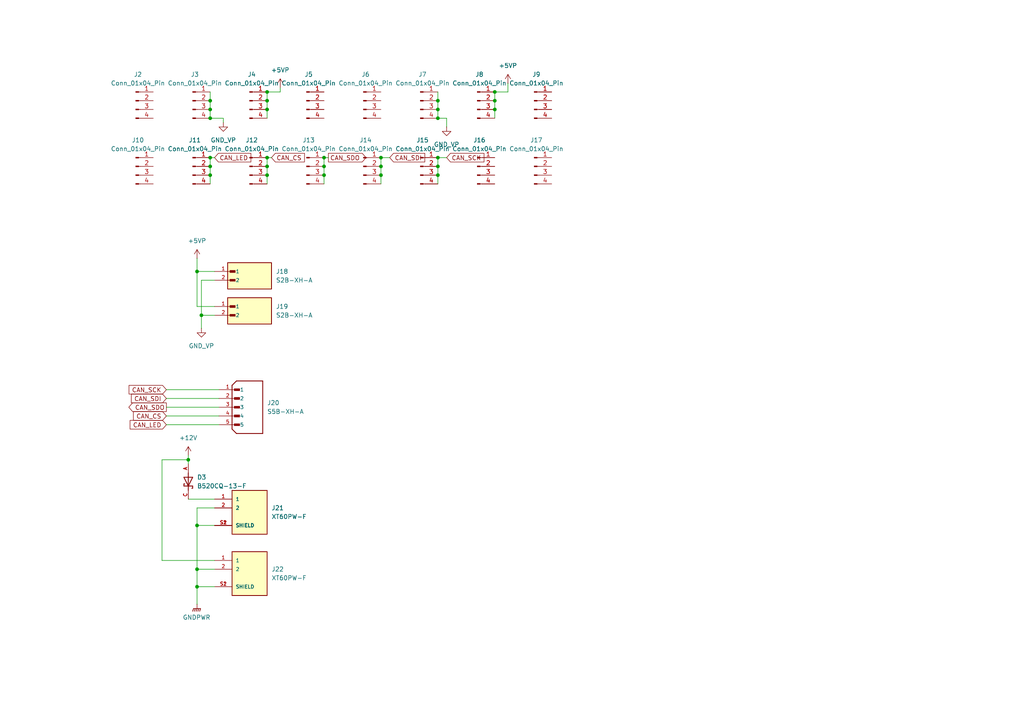
<source format=kicad_sch>
(kicad_sch (version 20250114) (generator "eeschema") (generator_version "9.0")
  (paper "A4")
  (title_block (title "CAN Isolation_Power Board") (date "2025-11-06") (rev "Ver.1.1") (company "ISHI-Kai"))
  (lib_symbols
    (symbol "B520CQ-13-F:B520CQ-13-F" (pin_names (offset 1.016))
      (property "Reference" "D" (at -2.2898 1.9081 0))
      (property "Value" "B520CQ-13-F" (at -2.2921 -3.4382 0))
      (symbol "B520CQ-13-F_0_0"
        (polyline (pts (xy -2.54 0) (xy 2.54 0)) (stroke (width 0.254)))
        (polyline (pts (xy -1.27 1.27) (xy -1.27 -1.27)) (stroke (width 0.254)))
        (polyline (pts (xy -1.27 -1.27) (xy 1.27 0)) (stroke (width 0.254)))
        (polyline (pts (xy 0.635 -1.016) (xy 0.635 -1.27)) (stroke (width 0.254)))
        (polyline (pts (xy 1.27 1.27) (xy 1.27 -1.27)) (stroke (width 0.254)))
        (polyline (pts (xy 1.27 0) (xy -1.27 1.27)) (stroke (width 0.254)))
        (polyline (pts (xy 1.27 -1.27) (xy 0.635 -1.27)) (stroke (width 0.254)))
        (polyline (pts (xy 1.905 1.27) (xy 1.27 1.27)) (stroke (width 0.254)))
        (polyline (pts (xy 1.905 1.27) (xy 1.905 1.016)) (stroke (width 0.254)))
        (pin passive line (at -5.08 0 0) (length 2.54) (name "~") (number "A"))
        (pin passive line (at 5.08 0 180) (length 2.54) (name "~") (number "C"))
      )
    )
    (symbol "Connector:Conn_01x04_Pin" (pin_names (offset 1.016) (hide yes))
      (property "Reference" "J" (at 0 5.08 0))
      (property "Value" "Conn_01x04_Pin" (at 0 -7.62 0))
      (symbol "Conn_01x04_Pin_1_1"
        (rectangle (start 0.8636 2.667) (end 0 2.413) (stroke (width 0.1524)) (fill (type outline)))
        (rectangle (start 0.8636 0.127) (end 0 -0.127) (stroke (width 0.1524)) (fill (type outline)))
        (rectangle (start 0.8636 -2.413) (end 0 -2.667) (stroke (width 0.1524)) (fill (type outline)))
        (rectangle (start 0.8636 -4.953) (end 0 -5.207) (stroke (width 0.1524)) (fill (type outline)))
        (polyline (pts (xy 1.27 2.54) (xy 0.8636 2.54)) (stroke (width 0.1524)))
        (polyline (pts (xy 1.27 0) (xy 0.8636 0)) (stroke (width 0.1524)))
        (polyline (pts (xy 1.27 -2.54) (xy 0.8636 -2.54)) (stroke (width 0.1524)))
        (polyline (pts (xy 1.27 -5.08) (xy 0.8636 -5.08)) (stroke (width 0.1524)))
        (pin passive line (at 5.08 2.54 180) (length 3.81) (name "Pin_1") (number "1"))
        (pin passive line (at 5.08 0 180) (length 3.81) (name "Pin_2") (number "2"))
        (pin passive line (at 5.08 -2.54 180) (length 3.81) (name "Pin_3") (number "3"))
        (pin passive line (at 5.08 -5.08 180) (length 3.81) (name "Pin_4") (number "4"))
      )
    )
    (symbol "S2B-XH-A:S2B-XH-A" (pin_names (offset 1.016))
      (property "Reference" "J" (at -6.85 5.08 0))
      (property "Value" "S2B-XH-A" (at -6.35 -5.08 0))
      (symbol "S2B-XH-A_0_0"
        (rectangle (start -6.35 -2.54) (end 6.35 5.08) (stroke (width 0.254)) (fill (type background)))
        (rectangle (start -5.715 2.2225) (end -4.1275 2.8575) (stroke (width 0.1)) (fill (type outline)))
        (rectangle (start -5.715 -0.3175) (end -4.1275 0.3175) (stroke (width 0.1)) (fill (type outline)))
        (pin passive line (at -10.16 2.54 0) (length 5.08) (name "1") (number "1"))
        (pin passive line (at -10.16 0 0) (length 5.08) (name "2") (number "2"))
      )
    )
    (symbol "S5B-XH-A:S5B-XH-A" (pin_names (offset 1.016))
      (property "Reference" "J" (at 0 8.89 0))
      (property "Value" "S5B-XH-A" (at 0 -10.16 0))
      (symbol "S5B-XH-A_0_0"
        (polyline (pts (xy -1.27 6.35) (xy -1.27 -6.35)) (stroke (width 0.254)))
        (polyline (pts (xy -1.27 6.35) (xy 0 7.62)) (stroke (width 0.254)))
        (polyline (pts (xy -1.27 -6.35) (xy 0 -7.62)) (stroke (width 0.254)))
        (rectangle (start -0.635 4.7625) (end 0.9525 5.3975) (stroke (width 0.1)) (fill (type outline)))
        (rectangle (start -0.635 2.2225) (end 0.9525 2.8575) (stroke (width 0.1)) (fill (type outline)))
        (rectangle (start -0.635 -0.3175) (end 0.9525 0.3175) (stroke (width 0.1)) (fill (type outline)))
        (rectangle (start -0.635 -2.8575) (end 0.9525 -2.2225) (stroke (width 0.1)) (fill (type outline)))
        (rectangle (start -0.635 -5.3975) (end 0.9525 -4.7625) (stroke (width 0.1)) (fill (type outline)))
        (polyline (pts (xy 0 -7.62) (xy 7.62 -7.62)) (stroke (width 0.254)))
        (polyline (pts (xy 7.62 7.62) (xy 0 7.62)) (stroke (width 0.254)))
        (polyline (pts (xy 7.62 -7.62) (xy 7.62 7.62)) (stroke (width 0.254)))
        (pin passive line (at -5.08 5.08 0) (length 5.08) (name "1") (number "1"))
        (pin passive line (at -5.08 2.54 0) (length 5.08) (name "2") (number "2"))
        (pin passive line (at -5.08 0 0) (length 5.08) (name "3") (number "3"))
        (pin passive line (at -5.08 -2.54 0) (length 5.08) (name "4") (number "4"))
        (pin passive line (at -5.08 -5.08 0) (length 5.08) (name "5") (number "5"))
      )
    )
    (symbol "XT60PW-F:XT60PW-F" (pin_names (offset 1.016))
      (property "Reference" "J" (at -5.08 6.35 0))
      (property "Value" "XT60PW-F" (at -5.08 -8.89 0))
      (symbol "XT60PW-F_0_0"
        (rectangle (start -5.08 -7.62) (end 5.08 5.08) (stroke (width 0.254)) (fill (type background)))
        (pin passive line (at -10.16 2.54 0) (length 5.08) (name "1") (number "1"))
        (pin passive line (at -10.16 0 0) (length 5.08) (name "2") (number "2"))
        (pin passive line (at -10.16 -5.08 0) (length 5.08) (name "SHIELD") (number "S1"))
        (pin passive line (at -10.16 -5.08 0) (length 5.08) (name "SHIELD") (number "S2"))
      )
    )
    (symbol "power:+12V" (power) (pin_numbers (hide yes)) (pin_names (offset 0) (hide yes))
      (property "Value" "+12V" (at 0 3.556 0))
      (symbol "+12V_0_1"
        (polyline (pts (xy -0.762 1.27) (xy 0 2.54)))
        (polyline (pts (xy 0 2.54) (xy 0.762 1.27)))
        (polyline (pts (xy 0 0) (xy 0 2.54)))
      )
      (symbol "+12V_1_1"
        (pin power_in line (at 0 0 90) (length 0) (name "~") (number "1"))
      )
    )
    (symbol "power:+5VP" (power) (pin_numbers (hide yes)) (pin_names (offset 0) (hide yes))
      (property "Value" "+5VP" (at 0 3.556 0))
      (symbol "+5VP_0_1"
        (polyline (pts (xy -0.762 1.27) (xy 0 2.54)))
        (polyline (pts (xy 0 2.54) (xy 0.762 1.27)))
        (polyline (pts (xy 0 0) (xy 0 2.54)))
      )
      (symbol "+5VP_1_1"
        (pin power_in line (at 0 0 90) (length 0) (name "~") (number "1"))
      )
    )
    (symbol "power:GND1" (power) (pin_numbers (hide yes)) (pin_names (offset 0) (hide yes))
      (property "Value" "GND1" (at 0 -3.81 0))
      (symbol "GND1_0_1"
        (polyline (pts (xy 0 0) (xy 0 -1.27) (xy 1.27 -1.27) (xy 0 -2.54) (xy -1.27 -1.27) (xy 0 -1.27)))
      )
      (symbol "GND1_1_1"
        (pin power_in line (at 0 0 270) (length 0) (name "~") (number "1"))
      )
    )
    (symbol "power:GNDPWR" (power) (pin_numbers (hide yes)) (pin_names (offset 0) (hide yes))
      (property "Value" "GNDPWR" (at 0 -3.302 0))
      (symbol "GNDPWR_0_1"
        (polyline (pts (xy -1.016 -1.27) (xy -1.27 -2.032) (xy -1.27 -2.032)) (stroke (width 0.2032)))
        (polyline (pts (xy -0.508 -1.27) (xy -0.762 -2.032) (xy -0.762 -2.032)) (stroke (width 0.2032)))
        (polyline (pts (xy 0 -1.27) (xy 0 0)))
        (polyline (pts (xy 0 -1.27) (xy -0.254 -2.032) (xy -0.254 -2.032)) (stroke (width 0.2032)))
        (polyline (pts (xy 0.508 -1.27) (xy 0.254 -2.032) (xy 0.254 -2.032)) (stroke (width 0.2032)))
        (polyline (pts (xy 1.016 -1.27) (xy -1.016 -1.27) (xy -1.016 -1.27)) (stroke (width 0.2032)))
        (polyline (pts (xy 1.016 -1.27) (xy 0.762 -2.032) (xy 0.762 -2.032) (xy 0.762 -2.032)) (stroke (width 0.2032)))
      )
      (symbol "GNDPWR_1_1"
        (pin power_in line (at 0 0 270) (length 0) (name "~") (number "1"))
      )
    )
  )
  (junction (at 110.49 50.8))
  (junction (at 77.47 31.75))
  (junction (at 93.98 50.8))
  (junction (at 60.96 31.75))
  (junction (at 77.47 50.8))
  (junction (at 77.47 48.26))
  (junction (at 57.15 78.74))
  (junction (at 127 45.72))
  (junction (at 60.96 29.21))
  (junction (at 60.96 34.29))
  (junction (at 57.15 152.4))
  (junction (at 77.47 26.67))
  (junction (at 93.98 45.72))
  (junction (at 127 29.21))
  (junction (at 77.47 29.21))
  (junction (at 60.96 45.72))
  (junction (at 57.15 170.18))
  (junction (at 60.96 48.26))
  (junction (at 110.49 45.72))
  (junction (at 127 48.26))
  (junction (at 127 31.75))
  (junction (at 143.51 26.67))
  (junction (at 77.47 45.72))
  (junction (at 143.51 31.75))
  (junction (at 110.49 48.26))
  (junction (at 57.15 165.1))
  (junction (at 143.51 29.21))
  (junction (at 127 34.29))
  (junction (at 127 50.8))
  (junction (at 54.61 133.35))
  (junction (at 60.96 50.8))
  (junction (at 93.98 48.26))
  (junction (at 58.42 91.44))
  (wire (pts (xy 77.47 48.26) (xy 77.47 50.8)))
  (wire (pts (xy 58.42 81.28) (xy 58.42 91.44)))
  (wire (pts (xy 48.26 118.11) (xy 63.5 118.11)))
  (wire (pts (xy 93.98 45.72) (xy 93.98 48.26)))
  (wire (pts (xy 48.26 113.03) (xy 63.5 113.03)))
  (wire (pts (xy 57.15 147.32) (xy 57.15 152.4)))
  (wire (pts (xy 93.98 45.72) (xy 95.25 45.72)))
  (wire (pts (xy 127 48.26) (xy 127 50.8)))
  (wire (pts (xy 143.51 31.75) (xy 143.51 34.29)))
  (wire (pts (xy 127 45.72) (xy 129.54 45.72)))
  (wire (pts (xy 127 26.67) (xy 127 29.21)))
  (wire (pts (xy 46.99 162.56) (xy 46.99 133.35)))
  (wire (pts (xy 46.99 133.35) (xy 54.61 133.35)))
  (wire (pts (xy 46.99 162.56) (xy 62.23 162.56)))
  (wire (pts (xy 127 50.8) (xy 127 53.34)))
  (wire (pts (xy 60.96 26.67) (xy 60.96 29.21)))
  (wire (pts (xy 110.49 45.72) (xy 113.03 45.72)))
  (wire (pts (xy 77.47 50.8) (xy 77.47 53.34)))
  (wire (pts (xy 110.49 45.72) (xy 110.49 48.26)))
  (wire (pts (xy 60.96 50.8) (xy 60.96 53.34)))
  (wire (pts (xy 60.96 29.21) (xy 60.96 31.75)))
  (wire (pts (xy 48.26 120.65) (xy 63.5 120.65)))
  (wire (pts (xy 62.23 147.32) (xy 57.15 147.32)))
  (wire (pts (xy 57.15 78.74) (xy 62.23 78.74)))
  (wire (pts (xy 62.23 144.78) (xy 54.61 144.78)))
  (wire (pts (xy 48.26 115.57) (xy 63.5 115.57)))
  (wire (pts (xy 57.15 170.18) (xy 57.15 175.26)))
  (wire (pts (xy 57.15 165.1) (xy 57.15 170.18)))
  (wire (pts (xy 57.15 74.93) (xy 57.15 78.74)))
  (wire (pts (xy 127 45.72) (xy 127 48.26)))
  (wire (pts (xy 48.26 123.19) (xy 63.5 123.19)))
  (wire (pts (xy 110.49 48.26) (xy 110.49 50.8)))
  (wire (pts (xy 81.28 26.67) (xy 77.47 26.67)))
  (wire (pts (xy 60.96 48.26) (xy 60.96 50.8)))
  (wire (pts (xy 93.98 50.8) (xy 93.98 53.34)))
  (wire (pts (xy 58.42 91.44) (xy 58.42 95.25)))
  (wire (pts (xy 57.15 78.74) (xy 57.15 88.9)))
  (wire (pts (xy 60.96 31.75) (xy 60.96 34.29)))
  (wire (pts (xy 77.47 45.72) (xy 78.74 45.72)))
  (wire (pts (xy 147.32 24.13) (xy 147.32 26.67)))
  (wire (pts (xy 62.23 88.9) (xy 57.15 88.9)))
  (wire (pts (xy 64.77 35.56) (xy 64.77 34.29)))
  (wire (pts (xy 77.47 26.67) (xy 77.47 29.21)))
  (wire (pts (xy 147.32 26.67) (xy 143.51 26.67)))
  (wire (pts (xy 60.96 45.72) (xy 62.23 45.72)))
  (wire (pts (xy 62.23 81.28) (xy 58.42 81.28)))
  (wire (pts (xy 57.15 165.1) (xy 62.23 165.1)))
  (wire (pts (xy 54.61 132.08) (xy 54.61 133.35)))
  (wire (pts (xy 143.51 29.21) (xy 143.51 31.75)))
  (wire (pts (xy 54.61 133.35) (xy 54.61 134.62)))
  (wire (pts (xy 127 29.21) (xy 127 31.75)))
  (wire (pts (xy 58.42 91.44) (xy 62.23 91.44)))
  (wire (pts (xy 143.51 26.67) (xy 143.51 29.21)))
  (wire (pts (xy 77.47 29.21) (xy 77.47 31.75)))
  (wire (pts (xy 81.28 25.4) (xy 81.28 26.67)))
  (wire (pts (xy 77.47 45.72) (xy 77.47 48.26)))
  (wire (pts (xy 64.77 34.29) (xy 60.96 34.29)))
  (wire (pts (xy 93.98 48.26) (xy 93.98 50.8)))
  (wire (pts (xy 57.15 170.18) (xy 62.23 170.18)))
  (wire (pts (xy 127 31.75) (xy 127 34.29)))
  (wire (pts (xy 77.47 31.75) (xy 77.47 34.29)))
  (wire (pts (xy 57.15 152.4) (xy 57.15 165.1)))
  (wire (pts (xy 129.54 34.29) (xy 127 34.29)))
  (wire (pts (xy 129.54 36.83) (xy 129.54 34.29)))
  (wire (pts (xy 57.15 152.4) (xy 62.23 152.4)))
  (wire (pts (xy 110.49 50.8) (xy 110.49 53.34)))
  (wire (pts (xy 60.96 45.72) (xy 60.96 48.26)))
  (global_label "CAN_SDI" (shape input) (at 48.26 115.57 180) (property "Intersheetrefs" "${INTERSHEET_REFS}" (effects (hide yes))))
  (global_label "CAN_LED" (shape input) (at 48.26 123.19 180) (property "Intersheetrefs" "${INTERSHEET_REFS}" (effects (hide yes))))
  (global_label "CAN_LED" (shape input) (at 62.23 45.72 0) (property "Intersheetrefs" "${INTERSHEET_REFS}" (effects (hide yes))))
  (global_label "CAN_CS" (shape input) (at 78.74 45.72 0) (property "Intersheetrefs" "${INTERSHEET_REFS}" (effects (hide yes))))
  (global_label "CAN_SCK" (shape input) (at 48.26 113.03 180) (property "Intersheetrefs" "${INTERSHEET_REFS}" (effects (hide yes))))
  (global_label "CAN_SDO" (shape output) (at 48.26 118.11 180) (property "Intersheetrefs" "${INTERSHEET_REFS}" (effects (hide yes))))
  (global_label "CAN_CS" (shape input) (at 48.26 120.65 180) (property "Intersheetrefs" "${INTERSHEET_REFS}" (effects (hide yes))))
  (global_label "CAN_SDO" (shape output) (at 95.25 45.72 0) (property "Intersheetrefs" "${INTERSHEET_REFS}" (effects (hide yes))))
  (global_label "CAN_SDI" (shape input) (at 113.03 45.72 0) (property "Intersheetrefs" "${INTERSHEET_REFS}" (effects (hide yes))))
  (global_label "CAN_SCK" (shape input) (at 129.54 45.72 0) (property "Intersheetrefs" "${INTERSHEET_REFS}" (effects (hide yes))))
  (symbol (lib_id "Connector:Conn_01x04_Pin") (at 121.92 29.21 0) (unit 1)
    (property "Reference" "J7" (at 122.555 21.59 0))
    (property "Value" "Conn_01x04_Pin" (at 122.555 24.13 0))
    (property "Footprint" "CAN_Isolation:PinHeader_1x04_P2.54mm_Vertical_noSilk" (effects (hide yes)))
    (property "Description" "Generic connector, single row, 01x04, script generated" (effects (hide yes)))
  )
  (symbol (lib_id "power:+5VP") (at 81.28 25.4 0) (unit 1)
    (property "Reference" "#PWR026" (effects (hide yes)))
    (property "Value" "+5VP" (at 81.28 20.32 0))
    (property "Description" "Power symbol creates a global label with name \"+5VP\"" (effects (hide yes)))
  )
  (symbol (lib_id "Connector:Conn_01x04_Pin") (at 138.43 29.21 0) (unit 1)
    (property "Reference" "J8" (at 139.065 21.59 0))
    (property "Value" "Conn_01x04_Pin" (at 139.065 24.13 0))
    (property "Footprint" "CAN_Isolation:PinHeader_1x04_P2.54mm_Vertical_noSilk" (effects (hide yes)))
    (property "Description" "Generic connector, single row, 01x04, script generated" (effects (hide yes)))
  )
  (symbol (lib_id "Connector:Conn_01x04_Pin") (at 55.88 29.21 0) (unit 1)
    (property "Reference" "J3" (at 56.515 21.59 0))
    (property "Value" "Conn_01x04_Pin" (at 56.515 24.13 0))
    (property "Footprint" "CAN_Isolation:PinHeader_1x04_P2.54mm_Vertical_noSilk" (effects (hide yes)))
    (property "Description" "Generic connector, single row, 01x04, script generated" (effects (hide yes)))
  )
  (symbol (lib_id "XT60PW-F:XT60PW-F") (at 72.39 165.1 0) (unit 1)
    (property "Reference" "J22" (at 78.74 165.0999 0) (effects (justify left)))
    (property "Value" "XT60PW-F" (at 78.74 167.6399 0) (effects (justify left)))
    (property "Footprint" "CAN_Isolation:AMASS_XT60PW-F" (effects (hide yes)))
    (property "MF" "AMASS" (effects (hide yes)))
    (property "MAXIMUM_PACKAGE_HEIGHT" "8.4 mm" (effects (hide yes)))
    (property "Package" "Package" (effects (hide yes)))
    (property "Price" "None" (effects (hide yes)))
    (property "Check_prices" "https://www.snapeda.com/parts/XT60PW-F/AMASS/view-part/?ref=eda" (effects (hide yes)))
    (property "STANDARD" "Manufacturer Recommendations" (effects (hide yes)))
    (property "PARTREV" "V1.2" (effects (hide yes)))
    (property "SnapEDA_Link" "https://www.snapeda.com/parts/XT60PW-F/AMASS/view-part/?ref=snap" (effects (hide yes)))
    (property "MP" "XT60PW-F" (effects (hide yes)))
    (property "Description_1" "Connector: DC supply; socket; female; XT60; 30A; 500V; PIN: 2; THT" (effects (hide yes)))
    (property "Availability" "Not in stock" (effects (hide yes)))
    (property "MANUFACTURER" "AMASS" (effects (hide yes)))
  )
  (symbol (lib_id "Connector:Conn_01x04_Pin") (at 121.92 48.26 0) (unit 1)
    (property "Reference" "J15" (at 122.555 40.64 0))
    (property "Value" "Conn_01x04_Pin" (at 122.555 43.18 0))
    (property "Footprint" "CAN_Isolation:PinHeader_1x04_P2.54mm_Vertical_noSilk" (effects (hide yes)))
    (property "Description" "Generic connector, single row, 01x04, script generated" (effects (hide yes)))
  )
  (symbol (lib_id "S2B-XH-A:S2B-XH-A") (at 72.39 91.44 0) (unit 1)
    (property "Reference" "J19" (at 80.01 88.8999 0) (effects (justify left)))
    (property "Value" "S2B-XH-A" (at 80.01 91.4399 0) (effects (justify left)))
    (property "Footprint" "CAN_Isolation:JST_S2B-XH-A" (effects (hide yes)))
    (property "MANUFACTURER" "JST" (effects (hide yes)))
  )
  (symbol (lib_id "power:GNDPWR") (at 57.15 175.26 0) (unit 1)
    (property "Reference" "#PWR032" (effects (hide yes)))
    (property "Value" "GNDPWR" (at 57.023 179.07 0))
    (property "Description" "Power symbol creates a global label with name \"GNDPWR\" , global ground" (effects (hide yes)))
  )
  (symbol (lib_id "Connector:Conn_01x04_Pin") (at 105.41 29.21 0) (unit 1)
    (property "Reference" "J6" (at 106.045 21.59 0))
    (property "Value" "Conn_01x04_Pin" (at 106.045 24.13 0))
    (property "Footprint" "CAN_Isolation:PinHeader_1x04_P2.54mm_Vertical_noSilk" (effects (hide yes)))
    (property "Description" "Generic connector, single row, 01x04, script generated" (effects (hide yes)))
  )
  (symbol (lib_id "Connector:Conn_01x04_Pin") (at 138.43 48.26 0) (unit 1)
    (property "Reference" "J16" (at 139.065 40.64 0))
    (property "Value" "Conn_01x04_Pin" (at 139.065 43.18 0))
    (property "Footprint" "CAN_Isolation:PinHeader_1x04_P2.54mm_Vertical_noSilk" (effects (hide yes)))
    (property "Description" "Generic connector, single row, 01x04, script generated" (effects (hide yes)))
  )
  (symbol (lib_id "power:GND1") (at 64.77 35.56 0) (unit 1)
    (property "Reference" "#PWR028" (effects (hide yes)))
    (property "Value" "GND_VP" (at 64.77 40.64 0))
    (property "Description" "Power symbol creates a global label with name \"GND1\" , ground" (effects (hide yes)))
  )
  (symbol (lib_id "power:+12V") (at 54.61 132.08 0) (unit 1)
    (property "Reference" "#PWR031" (effects (hide yes)))
    (property "Value" "+12V" (at 54.61 127 0))
    (property "Description" "Power symbol creates a global label with name \"+12V\"" (effects (hide yes)))
  )
  (symbol (lib_id "Connector:Conn_01x04_Pin") (at 39.37 29.21 0) (unit 1)
    (property "Reference" "J2" (at 40.005 21.59 0))
    (property "Value" "Conn_01x04_Pin" (at 40.005 24.13 0))
    (property "Footprint" "CAN_Isolation:PinHeader_1x04_P2.54mm_Vertical_noSilk" (effects (hide yes)))
    (property "Description" "Generic connector, single row, 01x04, script generated" (effects (hide yes)))
  )
  (symbol (lib_id "S5B-XH-A:S5B-XH-A") (at 68.58 118.11 0) (unit 1)
    (property "Reference" "J20" (at 77.47 116.8399 0) (effects (justify left)))
    (property "Value" "S5B-XH-A" (at 77.47 119.3799 0) (effects (justify left)))
    (property "Footprint" "CAN_Isolation:JST_S5B-XH-A" (effects (hide yes)))
    (property "PARTREV" "27-1-20" (effects (hide yes)))
    (property "STANDARD" "Manufacturer Recommendations" (effects (hide yes)))
    (property "MAXIMUM_PACKAGE_HEIGHT" "6.1mm" (effects (hide yes)))
    (property "MANUFACTURER" "JST" (effects (hide yes)))
  )
  (symbol (lib_id "power:GND1") (at 129.54 36.83 0) (unit 1)
    (property "Reference" "#PWR029" (effects (hide yes)))
    (property "Value" "GND_VP" (at 129.54 41.91 0))
    (property "Description" "Power symbol creates a global label with name \"GND1\" , ground" (effects (hide yes)))
  )
  (symbol (lib_id "power:+5VP") (at 147.32 24.13 0) (unit 1)
    (property "Reference" "#PWR027" (effects (hide yes)))
    (property "Value" "+5VP" (at 147.32 19.05 0))
    (property "Description" "Power symbol creates a global label with name \"+5VP\"" (effects (hide yes)))
  )
  (symbol (lib_id "Connector:Conn_01x04_Pin") (at 39.37 48.26 0) (unit 1)
    (property "Reference" "J10" (at 40.005 40.64 0))
    (property "Value" "Conn_01x04_Pin" (at 40.005 43.18 0))
    (property "Footprint" "CAN_Isolation:PinHeader_1x04_P2.54mm_Vertical_noSilk" (effects (hide yes)))
    (property "Description" "Generic connector, single row, 01x04, script generated" (effects (hide yes)))
  )
  (symbol (lib_id "power:+5VP") (at 57.15 74.93 0) (unit 1)
    (property "Reference" "#PWR020" (effects (hide yes)))
    (property "Value" "+5VP" (at 57.15 69.85 0))
    (property "Description" "Power symbol creates a global label with name \"+5VP\"" (effects (hide yes)))
  )
  (symbol (lib_id "Connector:Conn_01x04_Pin") (at 55.88 48.26 0) (unit 1)
    (property "Reference" "J11" (at 56.515 40.64 0))
    (property "Value" "Conn_01x04_Pin" (at 56.515 43.18 0))
    (property "Footprint" "CAN_Isolation:PinHeader_1x04_P2.54mm_Vertical_noSilk" (effects (hide yes)))
    (property "Description" "Generic connector, single row, 01x04, script generated" (effects (hide yes)))
  )
  (symbol (lib_id "Connector:Conn_01x04_Pin") (at 105.41 48.26 0) (unit 1)
    (property "Reference" "J14" (at 106.045 40.64 0))
    (property "Value" "Conn_01x04_Pin" (at 106.045 43.18 0))
    (property "Footprint" "CAN_Isolation:PinHeader_1x04_P2.54mm_Vertical_noSilk" (effects (hide yes)))
    (property "Description" "Generic connector, single row, 01x04, script generated" (effects (hide yes)))
  )
  (symbol (lib_id "Connector:Conn_01x04_Pin") (at 72.39 48.26 0) (unit 1)
    (property "Reference" "J12" (at 73.025 40.64 0))
    (property "Value" "Conn_01x04_Pin" (at 73.025 43.18 0))
    (property "Footprint" "CAN_Isolation:PinHeader_1x04_P2.54mm_Vertical_noSilk" (effects (hide yes)))
    (property "Description" "Generic connector, single row, 01x04, script generated" (effects (hide yes)))
  )
  (symbol (lib_id "XT60PW-F:XT60PW-F") (at 72.39 147.32 0) (unit 1)
    (property "Reference" "J21" (at 78.74 147.3199 0) (effects (justify left)))
    (property "Value" "XT60PW-F" (at 78.74 149.8599 0) (effects (justify left)))
    (property "Footprint" "CAN_Isolation:AMASS_XT60PW-F" (effects (hide yes)))
    (property "MF" "AMASS" (effects (hide yes)))
    (property "MAXIMUM_PACKAGE_HEIGHT" "8.4 mm" (effects (hide yes)))
    (property "Package" "Package" (effects (hide yes)))
    (property "Price" "None" (effects (hide yes)))
    (property "Check_prices" "https://www.snapeda.com/parts/XT60PW-F/AMASS/view-part/?ref=eda" (effects (hide yes)))
    (property "STANDARD" "Manufacturer Recommendations" (effects (hide yes)))
    (property "PARTREV" "V1.2" (effects (hide yes)))
    (property "SnapEDA_Link" "https://www.snapeda.com/parts/XT60PW-F/AMASS/view-part/?ref=snap" (effects (hide yes)))
    (property "MP" "XT60PW-F" (effects (hide yes)))
    (property "Description_1" "Connector: DC supply; socket; female; XT60; 30A; 500V; PIN: 2; THT" (effects (hide yes)))
    (property "Availability" "Not in stock" (effects (hide yes)))
    (property "MANUFACTURER" "AMASS" (effects (hide yes)))
  )
  (symbol (lib_id "Connector:Conn_01x04_Pin") (at 88.9 29.21 0) (unit 1)
    (property "Reference" "J5" (at 89.535 21.59 0))
    (property "Value" "Conn_01x04_Pin" (at 89.535 24.13 0))
    (property "Footprint" "CAN_Isolation:PinHeader_1x04_P2.54mm_Vertical_noSilk" (effects (hide yes)))
    (property "Description" "Generic connector, single row, 01x04, script generated" (effects (hide yes)))
  )
  (symbol (lib_id "B520CQ-13-F:B520CQ-13-F") (at 54.61 139.7 270) (unit 1)
    (property "Reference" "D3" (at 57.15 138.4299 90) (effects (justify left)))
    (property "Value" "B520CQ-13-F" (at 57.15 140.9699 90) (effects (justify left)))
    (property "Footprint" "CAN_Isolation:DIOM7959X250N" (effects (hide yes)))
    (property "MANUFACTURER" "Diodes Inc" (effects (hide yes)))
  )
  (symbol (lib_id "power:GND1") (at 58.42 95.25 0) (unit 1)
    (property "Reference" "#PWR025" (effects (hide yes)))
    (property "Value" "GND_VP" (at 58.42 100.33 0))
    (property "Description" "Power symbol creates a global label with name \"GND1\" , ground" (effects (hide yes)))
  )
  (symbol (lib_id "Connector:Conn_01x04_Pin") (at 154.94 48.26 0) (unit 1)
    (property "Reference" "J17" (at 155.575 40.64 0))
    (property "Value" "Conn_01x04_Pin" (at 155.575 43.18 0))
    (property "Footprint" "CAN_Isolation:PinHeader_1x04_P2.54mm_Vertical_noSilk" (effects (hide yes)))
    (property "Description" "Generic connector, single row, 01x04, script generated" (effects (hide yes)))
  )
  (symbol (lib_id "Connector:Conn_01x04_Pin") (at 72.39 29.21 0) (unit 1)
    (property "Reference" "J4" (at 73.025 21.59 0))
    (property "Value" "Conn_01x04_Pin" (at 73.025 24.13 0))
    (property "Footprint" "CAN_Isolation:PinHeader_1x04_P2.54mm_Vertical_noSilk" (effects (hide yes)))
    (property "Description" "Generic connector, single row, 01x04, script generated" (effects (hide yes)))
  )
  (symbol (lib_id "S2B-XH-A:S2B-XH-A") (at 72.39 81.28 0) (unit 1)
    (property "Reference" "J18" (at 80.01 78.7399 0) (effects (justify left)))
    (property "Value" "S2B-XH-A" (at 80.01 81.2799 0) (effects (justify left)))
    (property "Footprint" "CAN_Isolation:JST_S2B-XH-A" (effects (hide yes)))
    (property "MANUFACTURER" "JST" (effects (hide yes)))
  )
  (symbol (lib_id "Connector:Conn_01x04_Pin") (at 88.9 48.26 0) (unit 1)
    (property "Reference" "J13" (at 89.535 40.64 0))
    (property "Value" "Conn_01x04_Pin" (at 89.535 43.18 0))
    (property "Footprint" "CAN_Isolation:PinHeader_1x04_P2.54mm_Vertical_noSilk" (effects (hide yes)))
    (property "Description" "Generic connector, single row, 01x04, script generated" (effects (hide yes)))
  )
  (symbol (lib_id "Connector:Conn_01x04_Pin") (at 154.94 29.21 0) (unit 1)
    (property "Reference" "J9" (at 155.575 21.59 0))
    (property "Value" "Conn_01x04_Pin" (at 155.575 24.13 0))
    (property "Footprint" "CAN_Isolation:PinHeader_1x04_P2.54mm_Vertical_noSilk" (effects (hide yes)))
    (property "Description" "Generic connector, single row, 01x04, script generated" (effects (hide yes)))
  )
)
</source>
